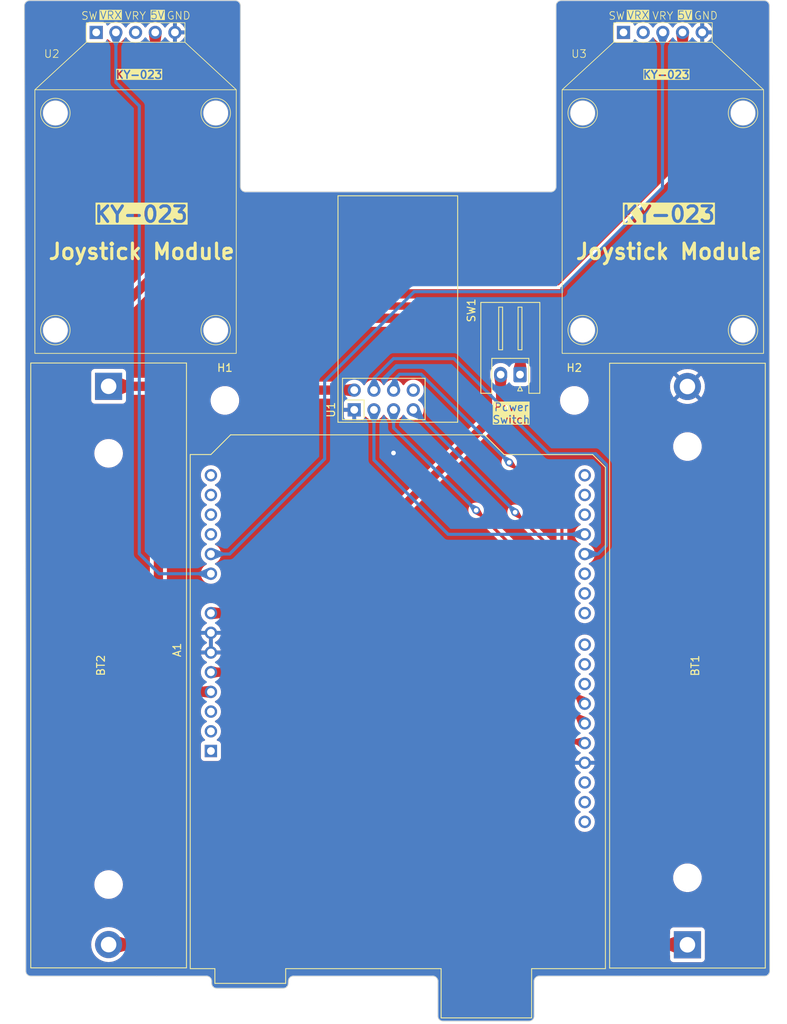
<source format=kicad_pcb>
(kicad_pcb (version 20221018) (generator pcbnew)
  (layers (0 "F.Cu" signal) (31 "B.Cu" signal) (34 "B.Paste" user) (35 "F.Paste" user) (36 "B.SilkS" user "B.Silkscreen") (37 "F.SilkS" user "F.Silkscreen") (38 "B.Mask" user) (39 "F.Mask" user) (44 "Edge.Cuts" user))
  (net 0 "")
  (net 4 "+3V3")
  (net 5 "+5V")
  (net 6 "GND")
  (net 7 "+7.5V")
  (net 8 "A0")
  (net 9 "A1")
  (net 17 "D3")
  (net 18 "D4")
  (net 21 "D11")
  (net 22 "D12")
  (net 27 "Net-(BT1-+)")
  (net 35 "D13")
  (net 36 "Net-(BT2-+)")
  (footprint "MountingHole:MountingHole_3.2mm_M3" (layer "F.Cu") (at 145.8722 82.1182)
    (fp_text reference "H1" (at 0 -4.2) (layer "F.SilkS"))
    (fp_text value "MountingHole")
    (pad "" np_thru_hole circle (at 0 0) (size 3.2 3.2) (drill 3.2) (layers "*.Cu" "*.Mask"))
  )
  (footprint "Battery:BatteryHolder_MPD_BH-18650-PC2" (layer "F.Cu") (at 130.8608 80.2984 -90)
    (fp_text reference "BT2" (at 36 1 90) (layer "F.SilkS"))
    (fp_text value "Battery")
    (fp_line (start -3 -10.05) (end 75 -10.05) (stroke (width 0.12)) (layer "F.SilkS"))
    (fp_line (start -3 10.05) (end -3 -10.05) (stroke (width 0.12)) (layer "F.SilkS"))
    (fp_line (start 75 -10.05) (end 75 10.05) (stroke (width 0.12)) (layer "F.SilkS"))
    (fp_line (start 75 10.05) (end -3 10.05) (stroke (width 0.12)) (layer "F.SilkS"))
    (pad "" np_thru_hole circle (at 8.645 0 270) (size 3.2 3.2) (drill 3.2) (layers "*.Cu" "*.Mask"))
    (pad "" np_thru_hole circle (at 64.255 0 270) (size 3.2 3.2) (drill 3.2) (layers "*.Cu" "*.Mask"))
    (pad "1" thru_hole rect (at 0 0 270) (size 3.5 3.5) (drill 2) (layers "*.Cu" "*.Mask") (net 36 "Net-(BT2-+)"))
    (pad "2" thru_hole circle (at 72 0 270) (size 3.5 3.5) (drill 2) (layers "*.Cu" "*.Mask") (net 27 "Net-(BT1-+)"))
  )
  (footprint "Connector_JST:JST_XH_S2B-XH-A_1x02_P2.50mm_Horizontal" (layer "F.Cu") (at 183.9722 78.7908 180)
    (fp_text reference "SW1" (at 6.2792 8.276 90) (layer "F.SilkS"))
    (fp_text value "SW_SPST")
    (fp_line (start -2.56 -2.41) (end -1.14 -2.41) (stroke (width 0.12)) (layer "F.SilkS"))
    (fp_line (start -2.56 9.31) (end -2.56 -2.41) (stroke (width 0.12)) (layer "F.SilkS"))
    (fp_line (start -1.14 -2.41) (end -1.14 2.09) (stroke (width 0.12)) (layer "F.SilkS"))
    (fp_line (start -1.14 2.09) (end 1.25 2.09) (stroke (width 0.12)) (layer "F.SilkS"))
    (fp_line (start -0.3 -2.1) (end 0.3 -2.1) (stroke (width 0.12)) (layer "F.SilkS"))
    (fp_line (start -0.25 3.2) (end -0.25 8.7) (stroke (width 0.12)) (layer "F.SilkS"))
    (fp_line (start -0.25 8.7) (end 0.25 8.7) (stroke (width 0.12)) (layer "F.SilkS"))
    (fp_line (start 0 -1.5) (end -0.3 -2.1) (stroke (width 0.12)) (layer "F.SilkS"))
    (fp_line (start 0.25 3.2) (end -0.25 3.2) (stroke (width 0.12)) (layer "F.SilkS"))
    (fp_line (start 0.25 8.7) (end 0.25 3.2) (stroke (width 0.12)) (layer "F.SilkS"))
    (fp_line (start 0.3 -2.1) (end 0 -1.5) (stroke (width 0.12)) (layer "F.SilkS"))
    (fp_line (start 1.25 9.31) (end -2.56 9.31) (stroke (width 0.12)) (layer "F.SilkS"))
    (fp_line (start 1.25 9.31) (end 5.06 9.31) (stroke (width 0.12)) (layer "F.SilkS"))
    (fp_line (start 2.25 3.2) (end 2.25 8.7) (stroke (width 0.12)) (layer "F.SilkS"))
    (fp_line (start 2.25 8.7) (end 2.75 8.7) (stroke (width 0.12)) (layer "F.SilkS"))
    (fp_line (start 2.75 3.2) (end 2.25 3.2) (stroke (width 0.12)) (layer "F.SilkS"))
    (fp_line (start 2.75 8.7) (end 2.75 3.2) (stroke (width 0.12)) (layer "F.SilkS"))
    (fp_line (start 3.64 -2.41) (end 3.64 2.09) (stroke (width 0.12)) (layer "F.SilkS"))
    (fp_line (start 3.64 2.09) (end 1.25 2.09) (stroke (width 0.12)) (layer "F.SilkS"))
    (fp_line (start 5.06 -2.41) (end 3.64 -2.41) (stroke (width 0.12)) (layer "F.SilkS"))
    (fp_line (start 5.06 9.31) (end 5.06 -2.41) (stroke (width 0.12)) (layer "F.SilkS"))
    (pad "1" thru_hole roundrect (at 0 0 180) (size 1.7 2) (drill 1) (layers "*.Cu" "*.Mask") (roundrect_rratio 0.1470588235) (net 36 "Net-(BT2-+)"))
    (pad "2" thru_hole oval (at 2.5 0 180) (size 1.7 2) (drill 1) (layers "*.Cu" "*.Mask") (net 7 "+7.5V"))
  )
  (footprint "RF_Module:nRF24L01_Breakout" (layer "F.Cu") (at 162.5738 83.3326 90)
    (fp_text reference "U1" (at 0 -3 90) (layer "F.SilkS"))
    (fp_text value "NRF24L01_Breakout")
    (fp_line (start -1.6 -2.1) (end -1.6 -2.1) (stroke (width 0.12)) (layer "F.SilkS"))
    (fp_line (start -1.6 -2.1) (end 27.6 -2.1) (stroke (width 0.12)) (layer "F.SilkS"))
    (fp_line (start -1.6 13.35) (end -1.6 -2.1) (stroke (width 0.12)) (layer "F.SilkS"))
    (fp_line (start -1.27 -1.524) (end -1.27 -1.524) (stroke (width 0.12)) (layer "F.SilkS"))
    (fp_line (start -1.27 -1.524) (end 4.064 -1.524) (stroke (width 0.12)) (layer "F.SilkS"))
    (fp_line (start -1.27 9.144) (end -1.27 -1.524) (stroke (width 0.12)) (layer "F.SilkS"))
    (fp_line (start -1.27 9.144) (end -1.27 9.144) (stroke (width 0.12)) (layer "F.SilkS"))
    (fp_line (start -1.016 1.27) (end -1.016 1.27) (stroke (width 0.12)) (layer "F.SilkS"))
    (fp_line (start 1.27 -1.016) (end 1.27 1.27) (stroke (width 0.12)) (layer "F.SilkS"))
    (fp_line (start 1.27 1.27) (end -1.016 1.27) (stroke (width 0.12)) (layer "F.SilkS"))
    (fp_line (start 4.064 -1.524) (end 4.064 9.144) (stroke (width 0.12)) (layer "F.SilkS"))
    (fp_line (start 4.064 9.144) (end -1.27 9.144) (stroke (width 0.12)) (layer "F.SilkS"))
    (fp_line (start 27.6 -2.1) (end 27.6 13.35) (stroke (width 0.12)) (layer "F.SilkS"))
    (fp_line (start 27.6 13.35) (end -1.6 13.35) (stroke (width 0.12)) (layer "F.SilkS"))
    (pad "1" thru_hole rect (at 0 0 90) (size 1.7 1.7) (drill 1) (layers "*.Cu" "*.Mask") (net 6 "GND"))
    (pad "2" thru_hole circle (at 2.54 0 90) (size 1.7 1.7) (drill 1) (layers "*.Cu" "*.Mask") (net 4 "+3V3"))
    (pad "3" thru_hole circle (at 0 2.54 90) (size 1.7 1.7) (drill 1) (layers "*.Cu" "*.Mask") (net 17 "D3"))
    (pad "4" thru_hole circle (at 2.54 2.54 90) (size 1.7 1.7) (drill 1) (layers "*.Cu" "*.Mask") (net 18 "D4"))
    (pad "5" thru_hole circle (at 0 5.08 90) (size 1.7 1.7) (drill 1) (layers "*.Cu" "*.Mask") (net 35 "D13"))
    (pad "6" thru_hole circle (at 2.54 5.08 90) (size 1.7 1.7) (drill 1) (layers "*.Cu" "*.Mask") (net 21 "D11"))
    (pad "7" thru_hole circle (at 0 7.62 90) (size 1.7 1.7) (drill 1) (layers "*.Cu" "*.Mask") (net 22 "D12"))
    (pad "8" thru_hole circle (at 2.54 7.62 90) (size 1.7 1.7) (drill 1) (layers "*.Cu" "*.Mask"))
  )
  (footprint "MountingHole:MountingHole_3.2mm_M3" (layer "F.Cu") (at 190.9826 82.1182)
    (fp_text reference "H2" (at 0 -4.2) (layer "F.SilkS"))
    (fp_text value "MountingHole")
    (pad "" np_thru_hole circle (at 0 0) (size 3.2 3.2) (drill 3.2) (layers "*.Cu" "*.Mask"))
  )
  (footprint "Battery:BatteryHolder_MPD_BH-18650-PC2" (layer "F.Cu") (at 205.5876 152.3238 90)
    (fp_text reference "BT1" (at 36 1 90) (layer "F.SilkS"))
    (fp_text value "Battery")
    (fp_line (start -3 -10.05) (end 75 -10.05) (stroke (width 0.12)) (layer "F.SilkS"))
    (fp_line (start -3 10.05) (end -3 -10.05) (stroke (width 0.12)) (layer "F.SilkS"))
    (fp_line (start 75 -10.05) (end 75 10.05) (stroke (width 0.12)) (layer "F.SilkS"))
    (fp_line (start 75 10.05) (end -3 10.05) (stroke (width 0.12)) (layer "F.SilkS"))
    (pad "" np_thru_hole circle (at 8.645 0 90) (size 3.2 3.2) (drill 3.2) (layers "*.Cu" "*.Mask"))
    (pad "" np_thru_hole circle (at 64.255 0 90) (size 3.2 3.2) (drill 3.2) (layers "*.Cu" "*.Mask"))
    (pad "1" thru_hole rect (at 0 0 90) (size 3.5 3.5) (drill 2) (layers "*.Cu" "*.Mask") (net 27 "Net-(BT1-+)"))
    (pad "2" thru_hole circle (at 72 0 90) (size 3.5 3.5) (drill 2) (layers "*.Cu" "*.Mask") (net 6 "GND"))
  )
  (footprint "Module:Arduino_UNO_R3" (layer "F.Cu") (at 144.0688 127.3302 90)
    (fp_text reference "A1" (at 13.0302 -4.3688 90) (layer "F.SilkS"))
    (fp_text value "Arduino_UNO_R3")
    (fp_line (start -34.42 29.72) (end -34.42 41.4) (stroke (width 0.12)) (layer "F.SilkS"))
    (fp_line (start -34.42 41.4) (end -28.07 41.4) (stroke (width 0.12)) (layer "F.SilkS"))
    (fp_line (start -29.97 0.51) (end -29.97 9.65) (stroke (width 0.12)) (layer "F.SilkS"))
    (fp_line (start -29.97 9.65) (end -28.07 9.65) (stroke (width 0.12)) (layer "F.SilkS"))
    (fp_line (start -28.07 -2.67) (end -28.07 0.51) (stroke (width 0.12)) (layer "F.SilkS"))
    (fp_line (start -28.07 0.51) (end -29.97 0.51) (stroke (width 0.12)) (layer "F.SilkS"))
    (fp_line (start -28.07 9.65) (end -28.07 29.72) (stroke (width 0.12)) (layer "F.SilkS"))
    (fp_line (start -28.07 29.72) (end -34.42 29.72) (stroke (width 0.12)) (layer "F.SilkS"))
    (fp_line (start -28.07 41.4) (end -28.07 50.93) (stroke (width 0.12)) (layer "F.SilkS"))
    (fp_line (start -28.07 50.93) (end 36.58 50.93) (stroke (width 0.12)) (layer "F.SilkS"))
    (fp_line (start 36.58 50.93) (end 38.23 49.28) (stroke (width 0.12)) (layer "F.SilkS"))
    (fp_line (start 38.23 -2.67) (end -28.07 -2.67) (stroke (width 0.12)) (layer "F.SilkS"))
    (fp_line (start 38.23 0) (end 38.23 -2.67) (stroke (width 0.12)) (layer "F.SilkS"))
    (fp_line (start 38.23 37.85) (end 40.77 35.31) (stroke (width 0.12)) (layer "F.SilkS"))
    (fp_line (start 38.23 49.28) (end 38.23 37.85) (stroke (width 0.12)) (layer "F.SilkS"))
    (fp_line (start 40.77 2.54) (end 38.23 0) (stroke (width 0.12)) (layer "F.SilkS"))
    (fp_line (start 40.77 35.31) (end 40.77 2.54) (stroke (width 0.12)) (layer "F.SilkS"))
    (pad "1" thru_hole rect (at 0 0 180) (size 1.6 1.6) (drill 1) (layers "*.Cu" "*.Mask"))
    (pad "2" thru_hole oval (at 2.54 0 180) (size 1.6 1.6) (drill 1) (layers "*.Cu" "*.Mask"))
    (pad "3" thru_hole oval (at 5.08 0 180) (size 1.6 1.6) (drill 1) (layers "*.Cu" "*.Mask"))
    (pad "4" thru_hole oval (at 7.62 0 180) (size 1.6 1.6) (drill 1) (layers "*.Cu" "*.Mask") (net 4 "+3V3"))
    (pad "5" thru_hole oval (at 10.16 0 180) (size 1.6 1.6) (drill 1) (layers "*.Cu" "*.Mask") (net 5 "+5V"))
    (pad "6" thru_hole oval (at 12.7 0 180) (size 1.6 1.6) (drill 1) (layers "*.Cu" "*.Mask") (net 6 "GND"))
    (pad "7" thru_hole oval (at 15.24 0 180) (size 1.6 1.6) (drill 1) (layers "*.Cu" "*.Mask") (net 6 "GND"))
    (pad "8" thru_hole oval (at 17.78 0 180) (size 1.6 1.6) (drill 1) (layers "*.Cu" "*.Mask") (net 7 "+7.5V"))
    (pad "9" thru_hole oval (at 22.86 0 180) (size 1.6 1.6) (drill 1) (layers "*.Cu" "*.Mask") (net 8 "A0"))
    (pad "10" thru_hole oval (at 25.4 0 180) (size 1.6 1.6) (drill 1) (layers "*.Cu" "*.Mask") (net 9 "A1"))
    (pad "11" thru_hole oval (at 27.94 0 180) (size 1.6 1.6) (drill 1) (layers "*.Cu" "*.Mask"))
    (pad "12" thru_hole oval (at 30.48 0 180) (size 1.6 1.6) (drill 1) (layers "*.Cu" "*.Mask"))
    (pad "13" thru_hole oval (at 33.02 0 180) (size 1.6 1.6) (drill 1) (layers "*.Cu" "*.Mask"))
    (pad "14" thru_hole oval (at 35.56 0 180) (size 1.6 1.6) (drill 1) (layers "*.Cu" "*.Mask"))
    (pad "15" thru_hole oval (at 35.56 48.26 180) (size 1.6 1.6) (drill 1) (layers "*.Cu" "*.Mask"))
    (pad "16" thru_hole oval (at 33.02 48.26 180) (size 1.6 1.6) (drill 1) (layers "*.Cu" "*.Mask"))
    (pad "17" thru_hole oval (at 30.48 48.26 180) (size 1.6 1.6) (drill 1) (layers "*.Cu" "*.Mask"))
    (pad "18" thru_hole oval (at 27.94 48.26 180) (size 1.6 1.6) (drill 1) (layers "*.Cu" "*.Mask") (net 17 "D3"))
    (pad "19" thru_hole oval (at 25.4 48.26 180) (size 1.6 1.6) (drill 1) (layers "*.Cu" "*.Mask") (net 18 "D4"))
    (pad "20" thru_hole oval (at 22.86 48.26 180) (size 1.6 1.6) (drill 1) (layers "*.Cu" "*.Mask"))
    (pad "21" thru_hole oval (at 20.32 48.26 180) (size 1.6 1.6) (drill 1) (layers "*.Cu" "*.Mask"))
    (pad "22" thru_hole oval (at 17.78 48.26 180) (size 1.6 1.6) (drill 1) (layers "*.Cu" "*.Mask"))
    (pad "23" thru_hole oval (at 13.72 48.26 180) (size 1.6 1.6) (drill 1) (layers "*.Cu" "*.Mask"))
    (pad "24" thru_hole oval (at 11.18 48.26 180) (size 1.6 1.6) (drill 1) (layers "*.Cu" "*.Mask"))
    (pad "25" thru_hole oval (at 8.64 48.26 180) (size 1.6 1.6) (drill 1) (layers "*.Cu" "*.Mask"))
    (pad "26" thru_hole oval (at 6.1 48.26 180) (size 1.6 1.6) (drill 1) (layers "*.Cu" "*.Mask") (net 21 "D11"))
    (pad "27" thru_hole oval (at 3.56 48.26 180) (size 1.6 1.6) (drill 1) (layers "*.Cu" "*.Mask") (net 22 "D12"))
    (pad "28" thru_hole oval (at 1.02 48.26 180) (size 1.6 1.6) (drill 1) (layers "*.Cu" "*.Mask") (net 35 "D13"))
    (pad "29" thru_hole oval (at -1.52 48.26 180) (size 1.6 1.6) (drill 1) (layers "*.Cu" "*.Mask") (net 6 "GND"))
    (pad "30" thru_hole oval (at -4.06 48.26 180) (size 1.6 1.6) (drill 1) (layers "*.Cu" "*.Mask"))
    (pad "31" thru_hole oval (at -6.6 48.26 180) (size 1.6 1.6) (drill 1) (layers "*.Cu" "*.Mask"))
    (pad "32" thru_hole oval (at -9.14 48.26 180) (size 1.6 1.6) (drill 1) (layers "*.Cu" "*.Mask"))
  )
  (footprint "ROV_Library:Joystick Module" (layer "F.Cu") (at 134.3406 34.6583)
    (fp_text reference "U2" (at -10.8204 2.7686 unlocked) (layer "F.SilkS") (effects (font (thickness 0.1))))
    (fp_text value "~")
    (fp_text user "VRX" (at -4.660309 -1.6256 unlocked) (layer "F.SilkS" knockout) (effects (font (thickness 0.1)) (justify left bottom)))
    (fp_text user "SW" (at -7.073309 -1.5494 unlocked) (layer "F.SilkS") (effects (font (thickness 0.1)) (justify left bottom)))
    (fp_text user "Joystick Module" (at -11.43 29.4386 unlocked) (layer "F.SilkS") (effects (font (size 2 2) (thickness 0.4) bold) (justify left bottom)))
    (fp_text user "VRY" (at -1.434509 -1.5494 unlocked) (layer "F.SilkS") (effects (font (thickness 0.1)) (justify left bottom)))
    (fp_text user "KY-023" (at -2.667 6.0452 unlocked) (layer "F.SilkS" knockout) (effects (font (thickness 0.2) bold) (justify left bottom)))
    (fp_text user "GND" (at 3.975691 -1.5748 unlocked) (layer "F.SilkS") (effects (font (thickness 0.1)) (justify left bottom)))
    (fp_text user "5V" (at 1.842091 -1.6256 unlocked) (layer "F.SilkS" knockout) (effects (font (thickness 0.1)) (justify left bottom)))
    (fp_text user "KY-023" (at -5.4864 24.638 unlocked) (layer "F.SilkS" knockout) (effects (font (size 2 2) (thickness 0.4) bold) (justify left bottom)))
    (fp_line (start -13 7.3952) (end -6.35 1.27) (stroke (width 0.1)) (layer "F.SilkS"))
    (fp_line (start 6.3754 1.27) (end 13 7.3952) (stroke (width 0.1)) (layer "F.SilkS"))
    (fp_rect (start -13 7.3952) (end 13 41.3952) (stroke (width 0.1)) (fill none) (layer "F.SilkS"))
    (fp_rect (start -6.35 -1.2446) (end 6.3754 1.27) (stroke (width 0.1)) (fill none) (layer "F.SilkS"))
    (fp_circle (center -10.35 10.3952) (end -8.45 10.3952) (stroke (width 0.1)) (fill none) (layer "F.SilkS"))
    (fp_circle (center -10.35 38.3952) (end -8.45 38.3952) (stroke (width 0.1)) (fill none) (layer "F.SilkS"))
    (fp_circle (center 10.35 10.3952) (end 12.25 10.3952) (stroke (width 0.1)) (fill none) (layer "F.SilkS"))
    (fp_circle (center 10.35 38.3952) (end 12.25 38.3952) (stroke (width 0.1)) (fill none) (layer "F.SilkS"))
    (fp_circle (center -10.35 10.3952) (end -8.75 10.3952) (stroke (width 0.05)) (fill none) (layer "Edge.Cuts"))
    (fp_circle (center -10.35 38.3952) (end -8.75 38.3952) (stroke (width 0.05)) (fill none) (layer "Edge.Cuts"))
    (fp_circle (center 10.35 10.3952) (end 11.95 10.3952) (stroke (width 0.05)) (fill none) (layer "Edge.Cuts"))
    (fp_circle (center 10.35 38.3952) (end 11.95 38.3952) (stroke (width 0.05)) (fill none) (layer "Edge.Cuts"))
    (pad "1" thru_hole rect (at -5.08 0 90) (size 1.7 1.7) (drill 1) (layers "*.Cu" "*.Mask"))
    (pad "2" thru_hole oval (at -2.54 0 90) (size 1.7 1.7) (drill 1) (layers "*.Cu" "*.Mask") (net 8 "A0"))
    (pad "3" thru_hole oval (at 0 0 90) (size 1.7 1.7) (drill 1) (layers "*.Cu" "*.Mask"))
    (pad "4" thru_hole oval (at 2.54 0 90) (size 1.7 1.7) (drill 1) (layers "*.Cu" "*.Mask") (net 5 "+5V"))
    (pad "5" thru_hole oval (at 5.08 0 90) (size 1.7 1.7) (drill 1) (layers "*.Cu" "*.Mask") (net 6 "GND"))
  )
  (footprint "ROV_Library:Joystick Module" (layer "F.Cu") (at 202.4126 34.6583)
    (fp_text reference "U3" (at -10.8204 2.7686 unlocked) (layer "F.SilkS") (effects (font (thickness 0.1))))
    (fp_text value "~")
    (fp_text user "KY-023" (at -5.4864 24.638 unlocked) (layer "F.SilkS" knockout) (effects (font (size 2 2) (thickness 0.4) bold) (justify left bottom)))
    (fp_text user "VRY" (at -1.434509 -1.5494 unlocked) (layer "F.SilkS") (effects (font (thickness 0.1)) (justify left bottom)))
    (fp_text user "Joystick Module" (at -11.43 29.4386 unlocked) (layer "F.SilkS") (effects (font (size 2 2) (thickness 0.4) bold) (justify left bottom)))
    (fp_text user "SW" (at -7.073309 -1.5494 unlocked) (layer "F.SilkS") (effects (font (thickness 0.1)) (justify left bottom)))
    (fp_text user "5V" (at 1.842091 -1.6256 unlocked) (layer "F.SilkS" knockout) (effects (font (thickness 0.1)) (justify left bottom)))
    (fp_text user "GND" (at 3.975691 -1.5748 unlocked) (layer "F.SilkS") (effects (font (thickness 0.1)) (justify left bottom)))
    (fp_text user "VRX" (at -4.660309 -1.6256 unlocked) (layer "F.SilkS" knockout) (effects (font (thickness 0.1)) (justify left bottom)))
    (fp_text user "KY-023" (at -2.667 6.0452 unlocked) (layer "F.SilkS" knockout) (effects (font (thickness 0.2) bold) (justify left bottom)))
    (fp_line (start -13 7.3952) (end -6.35 1.27) (stroke (width 0.1)) (layer "F.SilkS"))
    (fp_line (start 6.3754 1.27) (end 13 7.3952) (stroke (width 0.1)) (layer "F.SilkS"))
    (fp_rect (start -13 7.3952) (end 13 41.3952) (stroke (width 0.1)) (fill none) (layer "F.SilkS"))
    (fp_rect (start -6.35 -1.2446) (end 6.3754 1.27) (stroke (width 0.1)) (fill none) (layer "F.SilkS"))
    (fp_circle (center -10.35 10.3952) (end -8.45 10.3952) (stroke (width 0.1)) (fill none) (layer "F.SilkS"))
    (fp_circle (center -10.35 38.3952) (end -8.45 38.3952) (stroke (width 0.1)) (fill none) (layer "F.SilkS"))
    (fp_circle (center 10.35 10.3952) (end 12.25 10.3952) (stroke (width 0.1)) (fill none) (layer "F.SilkS"))
    (fp_circle (center 10.35 38.3952) (end 12.25 38.3952) (stroke (width 0.1)) (fill none) (layer "F.SilkS"))
    (fp_circle (center -10.35 10.3952) (end -8.75 10.3952) (stroke (width 0.05)) (fill none) (layer "Edge.Cuts"))
    (fp_circle (center -10.35 38.3952) (end -8.75 38.3952) (stroke (width 0.05)) (fill none) (layer "Edge.Cuts"))
    (fp_circle (center 10.35 10.3952) (end 11.95 10.3952) (stroke (width 0.05)) (fill none) (layer "Edge.Cuts"))
    (fp_circle (center 10.35 38.3952) (end 11.95 38.3952) (stroke (width 0.05)) (fill none) (layer "Edge.Cuts"))
    (pad "1" thru_hole rect (at -5.08 0 90) (size 1.7 1.7) (drill 1) (layers "*.Cu" "*.Mask"))
    (pad "2" thru_hole oval (at -2.54 0 90) (size 1.7 1.7) (drill 1) (layers "*.Cu" "*.Mask"))
    (pad "3" thru_hole oval (at 0 0 90) (size 1.7 1.7) (drill 1) (layers "*.Cu" "*.Mask") (net 9 "A1"))
    (pad "4" thru_hole oval (at 2.54 0 90) (size 1.7 1.7) (drill 1) (layers "*.Cu" "*.Mask") (net 5 "+5V"))
    (pad "5" thru_hole oval (at 5.08 0 90) (size 1.7 1.7) (drill 1) (layers "*.Cu" "*.Mask") (net 6 "GND"))
  )
  (gr_line (start 143.500227 156.3624) (end 137.048627 156.3624) (stroke (width 0.1)) (layer "Edge.Cuts"))
  (gr_arc (start 154.056871 157.2768) (mid 153.863453 157.743782) (end 153.396471 157.9372) (stroke (width 0.1)) (layer "Edge.Cuts"))
  (gr_line (start 120.1674 155.702) (end 120.1674 114.046) (stroke (width 0.1)) (layer "Edge.Cuts"))
  (gr_arc (start 154.066627 157.0228) (mid 154.260054 156.555827) (end 154.727027 156.3624) (stroke (width 0.1)) (layer "Edge.Cuts"))
  (gr_line (start 186.451627 156.3624) (end 199.202427 156.3624) (stroke (width 0.1)) (layer "Edge.Cuts"))
  (gr_line (start 189.2808 30.5562) (end 215.509227 30.5562) (stroke (width 0.1)) (layer "Edge.Cuts"))
  (gr_line (start 144.821027 157.9372) (end 153.396471 157.9372) (stroke (width 0.1)) (layer "Edge.Cuts"))
  (gr_line (start 172.710219 156.3624) (end 154.727027 156.3624) (stroke (width 0.1)) (layer "Edge.Cuts"))
  (gr_line (start 188.6204 54.5592) (end 188.6204 31.2166) (stroke (width 0.1)) (layer "Edge.Cuts"))
  (gr_line (start 120.8278 156.3624) (end 137.048627 156.3624) (stroke (width 0.1)) (layer "Edge.Cuts"))
  (gr_line (start 154.066627 157.0228) (end 154.056871 157.2768) (stroke (width 0.1)) (layer "Edge.Cuts"))
  (gr_line (start 148.5392 55.2196) (end 187.96 55.2196) (stroke (width 0.1)) (layer "Edge.Cuts"))
  (gr_line (start 185.130827 162.169244) (end 174.031019 162.169244) (stroke (width 0.1)) (layer "Edge.Cuts"))
  (gr_line (start 144.160627 157.2768) (end 144.160627 157.0228) (stroke (width 0.1)) (layer "Edge.Cuts"))
  (gr_arc (start 215.509227 30.5562) (mid 215.9762 30.749627) (end 216.169627 31.2166) (stroke (width 0.1)) (layer "Edge.Cuts"))
  (gr_arc (start 119.9896 31.2166) (mid 120.183027 30.749627) (end 120.65 30.5562) (stroke (width 0.1)) (layer "Edge.Cuts"))
  (gr_arc (start 120.8278 156.3624) (mid 120.360844 156.168964) (end 120.1674 155.702) (stroke (width 0.1)) (layer "Edge.Cuts"))
  (gr_arc (start 147.2184 30.5562) (mid 147.685373 30.749627) (end 147.8788 31.2166) (stroke (width 0.1)) (layer "Edge.Cuts"))
  (gr_arc (start 216.2048 155.702) (mid 216.011373 156.168973) (end 215.5444 156.3624) (stroke (width 0.1)) (layer "Edge.Cuts"))
  (gr_line (start 173.370619 161.508844) (end 173.370619 157.0228) (stroke (width 0.1)) (layer "Edge.Cuts"))
  (gr_line (start 147.8788 31.2166) (end 147.8788 54.5592) (stroke (width 0.1)) (layer "Edge.Cuts"))
  (gr_line (start 185.791227 161.508844) (end 185.791227 157.0228) (stroke (width 0.1)) (layer "Edge.Cuts"))
  (gr_arc (start 188.6204 31.2166) (mid 188.813827 30.749627) (end 189.2808 30.5562) (stroke (width 0.1)) (layer "Edge.Cuts"))
  (gr_line (start 120.1674 114.046) (end 119.9896 31.2166) (stroke (width 0.1)) (layer "Edge.Cuts"))
  (gr_line (start 120.65 30.5562) (end 147.2184 30.5562) (stroke (width 0.1)) (layer "Edge.Cuts"))
  (gr_line (start 216.2048 155.702) (end 216.169627 31.2166) (stroke (width 0.1)) (layer "Edge.Cuts"))
  (gr_arc (start 172.710219 156.3624) (mid 173.177147 156.555872) (end 173.370619 157.0228) (stroke (width 0.1)) (layer "Edge.Cuts"))
  (gr_arc (start 144.821027 157.9372) (mid 144.354054 157.743773) (end 144.160627 157.2768) (stroke (width 0.1)) (layer "Edge.Cuts"))
  (gr_arc (start 143.500227 156.3624) (mid 143.9672 156.555827) (end 144.160627 157.0228) (stroke (width 0.1)) (layer "Edge.Cuts"))
  (gr_arc (start 174.031019 162.169244) (mid 173.56404 161.975823) (end 173.370619 161.508844) (stroke (width 0.1)) (layer "Edge.Cuts"))
  (gr_arc (start 148.5392 55.2196) (mid 148.072227 55.026173) (end 147.8788 54.5592) (stroke (width 0.1)) (layer "Edge.Cuts"))
  (gr_arc (start 185.791227 161.508844) (mid 185.597778 161.975795) (end 185.130827 162.169244) (stroke (width 0.1)) (layer "Edge.Cuts"))
  (gr_line (start 199.202427 156.3624) (end 215.5444 156.3624) (stroke (width 0.1)) (layer "Edge.Cuts"))
  (gr_arc (start 185.791227 157.0228) (mid 185.984654 156.555827) (end 186.451627 156.3624) (stroke (width 0.1)) (layer "Edge.Cuts"))
  (gr_arc (start 188.6204 54.5592) (mid 188.426973 55.026173) (end 187.96 55.2196) (stroke (width 0.1)) (layer "Edge.Cuts"))
  (gr_text "Power\nSwitch" (at 182.8546 85.1916) (layer "F.SilkS" knockout) (effects (font (size 1 1)) (justify bottom)))
  (segment (start 144.0434 119.6848) (end 144.0688 119.7102) (width 1.2) (layer "F.Cu") (net 4))
  (segment (start 147.701 87.8332) (end 142.4178 87.8332) (width 1.2) (layer "F.Cu") (net 4))
  (segment (start 154.7416 80.7926) (end 147.701 87.8332) (width 1.2) (layer "F.Cu") (net 4))
  (segment (start 137.287 92.964) (end 137.287 117.2464) (width 1.2) (layer "F.Cu") (net 4))
  (segment (start 139.7254 119.6848) (end 144.0434 119.6848) (width 1.2) (layer "F.Cu") (net 4))
  (segment (start 162.5738 80.7926) (end 154.7416 80.7926) (width 1.2) (layer "F.Cu") (net 4))
  (segment (start 137.287 117.2464) (end 139.7254 119.6848) (width 1.2) (layer "F.Cu") (net 4))
  (segment (start 142.4178 87.8332) (end 137.287 92.964) (width 1.2) (layer "F.Cu") (net 4))
  (segment (start 148.2852 119.9896) (end 148.2852 128.778) (width 1.2) (layer "F.Cu") (net 5))
  (segment (start 136.8806 34.6583) (end 136.8806 56.5658) (width 1.2) (layer "F.Cu") (net 5))
  (segment (start 145.4658 117.1702) (end 148.2852 119.9896) (width 1.2) (layer "F.Cu") (net 5))
  (segment (start 204.978 34.6837) (end 204.9526 34.6583) (width 1.2) (layer "F.Cu") (net 5))
  (segment (start 204.978 52.832) (end 204.978 34.6837) (width 1.2) (layer "F.Cu") (net 5))
  (segment (start 129.3368 126.7714) (end 129.3368 96.2406) (width 1.2) (layer "F.Cu") (net 5))
  (segment (start 134.9756 132.4102) (end 129.3368 126.7714) (width 1.2) (layer "F.Cu") (net 5))
  (segment (start 148.6916 68.3768) (end 189.4332 68.3768) (width 1.2) (layer "F.Cu") (net 5))
  (segment (start 148.2852 128.778) (end 144.653 132.4102) (width 1.2) (layer "F.Cu") (net 5))
  (segment (start 124.9934 91.8972) (end 124.9934 77.6986) (width 1.2) (layer "F.Cu") (net 5))
  (segment (start 144.653 132.4102) (end 134.9756 132.4102) (width 1.2) (layer "F.Cu") (net 5))
  (segment (start 124.9934 77.6986) (end 136.8806 65.8114) (width 1.2) (layer "F.Cu") (net 5))
  (segment (start 189.4332 68.3768) (end 204.978 52.832) (width 1.2) (layer "F.Cu") (net 5))
  (segment (start 136.8806 56.5658) (end 148.6916 68.3768) (width 1.2) (layer "F.Cu") (net 5))
  (segment (start 136.8806 65.8114) (end 136.8806 34.6583) (width 1.2) (layer "F.Cu") (net 5))
  (segment (start 129.3368 96.2406) (end 124.9934 91.8972) (width 1.2) (layer "F.Cu") (net 5))
  (segment (start 144.0688 117.1702) (end 145.4658 117.1702) (width 1.2) (layer "F.Cu") (net 5))
  (via (at 167.64 88.9) (size 1) (drill 0.6) (layers "F.Cu" "B.Cu") (net 6))
  (segment (start 155.194 109.5502) (end 144.0688 109.5502) (width 1.2) (layer "F.Cu") (net 7))
  (segment (start 181.4722 78.7908) (end 181.4722 83.2466) (width 1.2) (layer "F.Cu") (net 7))
  (segment (start 181.4722 83.2466) (end 155.9306 108.7882) (width 1.2) (layer "F.Cu") (net 7))
  (segment (start 155.9306 108.8136) (end 155.194 109.5502) (width 1.2) (layer "F.Cu") (net 7))
  (segment (start 155.9306 108.7882) (end 155.9306 108.8136) (width 1.2) (layer "F.Cu") (net 7))
  (segment (start 131.8006 41.1226) (end 131.8006 34.6583) (width 0.4) (layer "B.Cu") (net 8))
  (segment (start 134.8232 101.9048) (end 134.8232 44.1452) (width 0.4) (layer "B.Cu") (net 8))
  (segment (start 144.0688 104.4702) (end 137.3886 104.4702) (width 0.4) (layer "B.Cu") (net 8))
  (segment (start 137.3886 104.4702) (end 134.8232 101.9048) (width 0.4) (layer "B.Cu") (net 8))
  (segment (start 134.8232 44.1452) (end 131.8006 41.1226) (width 0.4) (layer "B.Cu") (net 8))
  (segment (start 202.3618 54.6862) (end 202.3618 34.7091) (width 0.4) (layer "B.Cu") (net 9))
  (segment (start 158.75 89.662) (end 158.75 79.6544) (width 0.4) (layer "B.Cu") (net 9))
  (segment (start 158.75 79.6544) (end 170.307 68.0974) (width 0.4) (layer "B.Cu") (net 9))
  (segment (start 144.0688 101.9302) (end 146.4818 101.9302) (width 0.4) (layer "B.Cu") (net 9))
  (segment (start 202.3618 34.7091) (end 202.4126 34.6583) (width 0.4) (layer "B.Cu") (net 9))
  (segment (start 189.3824 67.6656) (end 202.3618 54.6862) (width 0.4) (layer "B.Cu") (net 9))
  (segment (start 170.307 68.0974) (end 189.3824 68.0974) (width 0.4) (layer "B.Cu") (net 9))
  (segment (start 189.3824 68.0974) (end 189.3824 67.6656) (width 0.4) (layer "B.Cu") (net 9))
  (segment (start 146.4818 101.9302) (end 158.75 89.662) (width 0.4) (layer "B.Cu") (net 9))
  (segment (start 165.1138 83.3326) (end 165.1138 89.8028) (width 0.4) (layer "B.Cu") (net 17))
  (segment (start 165.1138 89.8028) (end 174.7012 99.3902) (width 0.4) (layer "B.Cu") (net 17))
  (segment (start 174.7012 99.3902) (end 192.3288 99.3902) (width 0.4) (layer "B.Cu") (net 17))
  (segment (start 175.4378 76.7334) (end 187.706 89.0016) (width 0.4) (layer "B.Cu") (net 18))
  (segment (start 187.706 89.0016) (end 193.7258 89.0016) (width 0.4) (layer "B.Cu") (net 18))
  (segment (start 193.7258 89.0016) (end 195.1228 90.3986) (width 0.4) (layer "B.Cu") (net 18))
  (segment (start 165.1138 80.7926) (end 165.1138 79.2596) (width 0.4) (layer "B.Cu") (net 18))
  (segment (start 195.1228 90.3986) (end 195.1228 100.838) (width 0.4) (layer "B.Cu") (net 18))
  (segment (start 167.64 76.7334) (end 175.4378 76.7334) (width 0.4) (layer "B.Cu") (net 18))
  (segment (start 165.1138 79.2596) (end 167.64 76.7334) (width 0.4) (layer "B.Cu") (net 18))
  (segment (start 195.1228 100.838) (end 194.0306 101.9302) (width 0.4) (layer "B.Cu") (net 18))
  (segment (start 194.0306 101.9302) (end 192.3288 101.9302) (width 0.4) (layer "B.Cu") (net 18))
  (segment (start 189.3824 118.2838) (end 189.3824 96.8502) (width 0.4) (layer "F.Cu") (net 21))
  (segment (start 182.5752 90.043) (end 182.6514 90.1192) (width 0.4) (layer "F.Cu") (net 21))
  (segment (start 182.6514 90.1192) (end 182.5752 90.1192) (width 0.4) (layer "F.Cu") (net 21))
  (segment (start 192.3288 121.2302) (end 189.3824 118.2838) (width 0.4) (layer "F.Cu") (net 21))
  (segment (start 189.3824 96.8502) (end 182.6514 90.1192) (width 0.4) (layer "F.Cu") (net 21))
  (segment (start 182.5752 90.1192) (end 182.5752 90.043) (width 0.4) (layer "F.Cu") (net 21))
  (via (at 182.5752 90.1192) (size 1) (drill 0.6) (layers "F.Cu" "B.Cu") (net 21))
  (segment (start 167.6538 79.5136) (end 167.6538 80.7926) (width 0.4) (layer "B.Cu") (net 21))
  (segment (start 168.4274 78.74) (end 167.6538 79.5136) (width 0.4) (layer "B.Cu") (net 21))
  (segment (start 171.196 78.74) (end 168.4274 78.74) (width 0.4) (layer "B.Cu") (net 21))
  (segment (start 182.5752 90.1192) (end 171.196 78.74) (width 0.4) (layer "B.Cu") (net 21))
  (segment (start 183.3372 96.5454) (end 187.2488 100.457) (width 0.4) (layer "F.Cu") (net 22))
  (segment (start 187.2488 118.6902) (end 192.3288 123.7702) (width 0.4) (layer "F.Cu") (net 22))
  (segment (start 187.2488 100.457) (end 187.2488 118.6902) (width 0.4) (layer "F.Cu") (net 22))
  (via (at 183.3372 96.5454) (size 1) (drill 0.6) (layers "F.Cu" "B.Cu") (net 22))
  (segment (start 183.4066 96.5454) (end 183.2864 96.4252) (width 0.4) (layer "B.Cu") (net 22))
  (segment (start 183.3372 96.5454) (end 183.4066 96.5454) (width 0.4) (layer "B.Cu") (net 22))
  (segment (start 170.1938 83.3326) (end 183.3372 96.476) (width 0.4) (layer "B.Cu") (net 22))
  (segment (start 183.3372 96.476) (end 183.3372 96.5454) (width 0.4) (layer "B.Cu") (net 22))
  (segment (start 130.8608 152.2984) (end 205.5622 152.2984) (width 1.2) (layer "F.Cu") (net 27))
  (segment (start 205.5622 152.2984) (end 205.5876 152.3238) (width 1.2) (layer "F.Cu") (net 27))
  (segment (start 191.2072 126.3102) (end 192.3288 126.3102) (width 0.4) (layer "F.Cu") (net 35))
  (segment (start 178.308 96.2914) (end 184.7596 102.743) (width 0.4) (layer "F.Cu") (net 35))
  (segment (start 184.7596 119.8626) (end 191.2072 126.3102) (width 0.4) (layer "F.Cu") (net 35))
  (segment (start 184.7596 102.743) (end 184.7596 119.8626) (width 0.4) (layer "F.Cu") (net 35))
  (via (at 178.308 96.2914) (size 1) (drill 0.6) (layers "F.Cu" "B.Cu") (net 35))
  (segment (start 178.308 96.3168) (end 178.2064 96.2152) (width 0.4) (layer "B.Cu") (net 35))
  (segment (start 178.2826 96.2914) (end 178.308 96.2914) (width 0.4) (layer "B.Cu") (net 35))
  (segment (start 167.6538 85.6626) (end 178.2826 96.2914) (width 0.4) (layer "B.Cu") (net 35))
  (segment (start 178.308 96.2914) (end 178.308 96.3168) (width 0.4) (layer "B.Cu") (net 35))
  (segment (start 167.6538 83.3326) (end 167.6538 85.6626) (width 0.4) (layer "B.Cu") (net 35))
  (segment (start 155.0924 76.3016) (end 159.8676 71.5264) (width 1.2) (layer "F.Cu") (net 36))
  (segment (start 143.1544 76.3016) (end 155.0924 76.3016) (width 1.2) (layer "F.Cu") (net 36))
  (segment (start 159.8676 71.5264) (end 180.1876 71.5264) (width 1.2) (layer "F.Cu") (net 36))
  (segment (start 184.0484 78.7146) (end 183.9722 78.7908) (width 1.2) (layer "F.Cu") (net 36))
  (segment (start 130.8608 80.2984) (end 139.1576 80.2984) (width 1.2) (layer "F.Cu") (net 36))
  (segment (start 180.1876 71.5264) (end 184.0484 75.3872) (width 1.2) (layer "F.Cu") (net 36))
  (segment (start 139.1576 80.2984) (end 143.1544 76.3016) (width 1.2) (layer "F.Cu") (net 36))
  (segment (start 184.0484 75.3872) (end 184.0484 78.7146) (width 1.2) (layer "F.Cu") (net 36))
  (zone (net 6) (net_name "GND") (layers "F&B.Cu") (connect_pads (clearance 0.5)) (min_thickness 0.25) (fill yes (thermal_gap 0.5) (thermal_bridge_width 0.5))
    (polygon (pts (xy 116.84 30.48) (xy 218.44 30.48) (xy 218.44 162.56) (xy 116.84 162.56)))
  )
)
</source>
